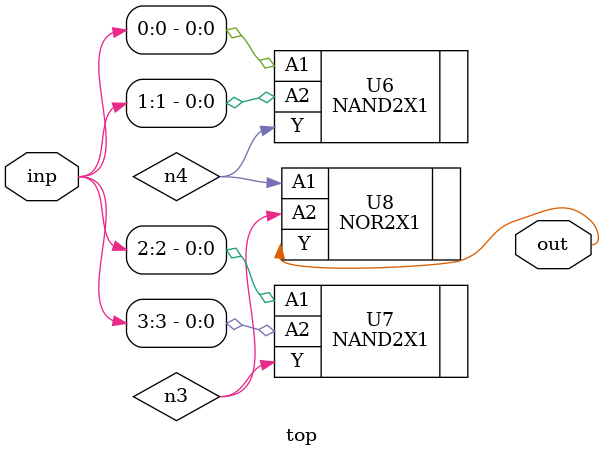
<source format=sv>


module top ( inp, out );
  input [3:0] inp;
  output out;
  wire   n3, n4;

  NAND2X1 U6 ( .A1(inp[0]), .A2(inp[1]), .Y(n4) );
  NAND2X1 U7 ( .A1(inp[2]), .A2(inp[3]), .Y(n3) );
  NOR2X1 U8 ( .A1(n4), .A2(n3), .Y(out) );
endmodule


</source>
